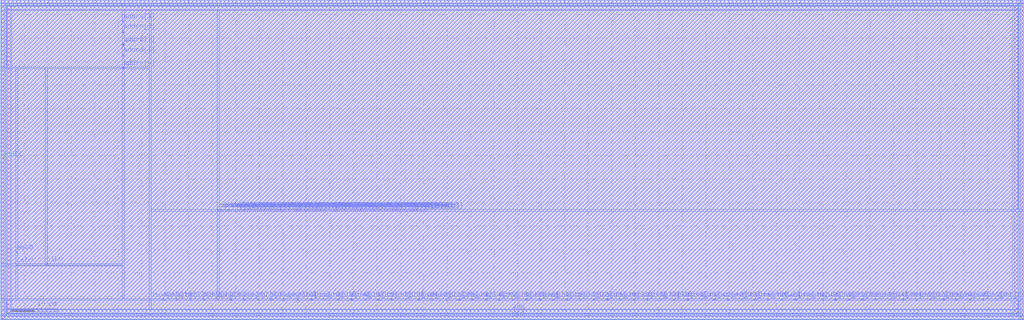
<source format=lef>
VERSION 5.4 ;
NAMESCASESENSITIVE ON ;
BUSBITCHARS "[]" ;
DIVIDERCHAR "/" ;
UNITS
  DATABASE MICRONS 2000 ;
END UNITS
MACRO freepdk45_sram_1rw0r_22x64
   CLASS BLOCK ;
   SIZE 217.7 BY 68.18 ;
   SYMMETRY X Y R90 ;
   PIN din0[0]
      DIRECTION INPUT ;
      PORT
         LAYER metal3 ;
         RECT  31.705 4.2375 31.84 4.3725 ;
      END
   END din0[0]
   PIN din0[1]
      DIRECTION INPUT ;
      PORT
         LAYER metal3 ;
         RECT  34.565 4.2375 34.7 4.3725 ;
      END
   END din0[1]
   PIN din0[2]
      DIRECTION INPUT ;
      PORT
         LAYER metal3 ;
         RECT  37.425 4.2375 37.56 4.3725 ;
      END
   END din0[2]
   PIN din0[3]
      DIRECTION INPUT ;
      PORT
         LAYER metal3 ;
         RECT  40.285 4.2375 40.42 4.3725 ;
      END
   END din0[3]
   PIN din0[4]
      DIRECTION INPUT ;
      PORT
         LAYER metal3 ;
         RECT  43.145 4.2375 43.28 4.3725 ;
      END
   END din0[4]
   PIN din0[5]
      DIRECTION INPUT ;
      PORT
         LAYER metal3 ;
         RECT  46.005 4.2375 46.14 4.3725 ;
      END
   END din0[5]
   PIN din0[6]
      DIRECTION INPUT ;
      PORT
         LAYER metal3 ;
         RECT  48.865 4.2375 49.0 4.3725 ;
      END
   END din0[6]
   PIN din0[7]
      DIRECTION INPUT ;
      PORT
         LAYER metal3 ;
         RECT  51.725 4.2375 51.86 4.3725 ;
      END
   END din0[7]
   PIN din0[8]
      DIRECTION INPUT ;
      PORT
         LAYER metal3 ;
         RECT  54.585 4.2375 54.72 4.3725 ;
      END
   END din0[8]
   PIN din0[9]
      DIRECTION INPUT ;
      PORT
         LAYER metal3 ;
         RECT  57.445 4.2375 57.58 4.3725 ;
      END
   END din0[9]
   PIN din0[10]
      DIRECTION INPUT ;
      PORT
         LAYER metal3 ;
         RECT  60.305 4.2375 60.44 4.3725 ;
      END
   END din0[10]
   PIN din0[11]
      DIRECTION INPUT ;
      PORT
         LAYER metal3 ;
         RECT  63.165 4.2375 63.3 4.3725 ;
      END
   END din0[11]
   PIN din0[12]
      DIRECTION INPUT ;
      PORT
         LAYER metal3 ;
         RECT  66.025 4.2375 66.16 4.3725 ;
      END
   END din0[12]
   PIN din0[13]
      DIRECTION INPUT ;
      PORT
         LAYER metal3 ;
         RECT  68.885 4.2375 69.02 4.3725 ;
      END
   END din0[13]
   PIN din0[14]
      DIRECTION INPUT ;
      PORT
         LAYER metal3 ;
         RECT  71.745 4.2375 71.88 4.3725 ;
      END
   END din0[14]
   PIN din0[15]
      DIRECTION INPUT ;
      PORT
         LAYER metal3 ;
         RECT  74.605 4.2375 74.74 4.3725 ;
      END
   END din0[15]
   PIN din0[16]
      DIRECTION INPUT ;
      PORT
         LAYER metal3 ;
         RECT  77.465 4.2375 77.6 4.3725 ;
      END
   END din0[16]
   PIN din0[17]
      DIRECTION INPUT ;
      PORT
         LAYER metal3 ;
         RECT  80.325 4.2375 80.46 4.3725 ;
      END
   END din0[17]
   PIN din0[18]
      DIRECTION INPUT ;
      PORT
         LAYER metal3 ;
         RECT  83.185 4.2375 83.32 4.3725 ;
      END
   END din0[18]
   PIN din0[19]
      DIRECTION INPUT ;
      PORT
         LAYER metal3 ;
         RECT  86.045 4.2375 86.18 4.3725 ;
      END
   END din0[19]
   PIN din0[20]
      DIRECTION INPUT ;
      PORT
         LAYER metal3 ;
         RECT  88.905 4.2375 89.04 4.3725 ;
      END
   END din0[20]
   PIN din0[21]
      DIRECTION INPUT ;
      PORT
         LAYER metal3 ;
         RECT  91.765 4.2375 91.9 4.3725 ;
      END
   END din0[21]
   PIN din0[22]
      DIRECTION INPUT ;
      PORT
         LAYER metal3 ;
         RECT  94.625 4.2375 94.76 4.3725 ;
      END
   END din0[22]
   PIN din0[23]
      DIRECTION INPUT ;
      PORT
         LAYER metal3 ;
         RECT  97.485 4.2375 97.62 4.3725 ;
      END
   END din0[23]
   PIN din0[24]
      DIRECTION INPUT ;
      PORT
         LAYER metal3 ;
         RECT  100.345 4.2375 100.48 4.3725 ;
      END
   END din0[24]
   PIN din0[25]
      DIRECTION INPUT ;
      PORT
         LAYER metal3 ;
         RECT  103.205 4.2375 103.34 4.3725 ;
      END
   END din0[25]
   PIN din0[26]
      DIRECTION INPUT ;
      PORT
         LAYER metal3 ;
         RECT  106.065 4.2375 106.2 4.3725 ;
      END
   END din0[26]
   PIN din0[27]
      DIRECTION INPUT ;
      PORT
         LAYER metal3 ;
         RECT  108.925 4.2375 109.06 4.3725 ;
      END
   END din0[27]
   PIN din0[28]
      DIRECTION INPUT ;
      PORT
         LAYER metal3 ;
         RECT  111.785 4.2375 111.92 4.3725 ;
      END
   END din0[28]
   PIN din0[29]
      DIRECTION INPUT ;
      PORT
         LAYER metal3 ;
         RECT  114.645 4.2375 114.78 4.3725 ;
      END
   END din0[29]
   PIN din0[30]
      DIRECTION INPUT ;
      PORT
         LAYER metal3 ;
         RECT  117.505 4.2375 117.64 4.3725 ;
      END
   END din0[30]
   PIN din0[31]
      DIRECTION INPUT ;
      PORT
         LAYER metal3 ;
         RECT  120.365 4.2375 120.5 4.3725 ;
      END
   END din0[31]
   PIN din0[32]
      DIRECTION INPUT ;
      PORT
         LAYER metal3 ;
         RECT  123.225 4.2375 123.36 4.3725 ;
      END
   END din0[32]
   PIN din0[33]
      DIRECTION INPUT ;
      PORT
         LAYER metal3 ;
         RECT  126.085 4.2375 126.22 4.3725 ;
      END
   END din0[33]
   PIN din0[34]
      DIRECTION INPUT ;
      PORT
         LAYER metal3 ;
         RECT  128.945 4.2375 129.08 4.3725 ;
      END
   END din0[34]
   PIN din0[35]
      DIRECTION INPUT ;
      PORT
         LAYER metal3 ;
         RECT  131.805 4.2375 131.94 4.3725 ;
      END
   END din0[35]
   PIN din0[36]
      DIRECTION INPUT ;
      PORT
         LAYER metal3 ;
         RECT  134.665 4.2375 134.8 4.3725 ;
      END
   END din0[36]
   PIN din0[37]
      DIRECTION INPUT ;
      PORT
         LAYER metal3 ;
         RECT  137.525 4.2375 137.66 4.3725 ;
      END
   END din0[37]
   PIN din0[38]
      DIRECTION INPUT ;
      PORT
         LAYER metal3 ;
         RECT  140.385 4.2375 140.52 4.3725 ;
      END
   END din0[38]
   PIN din0[39]
      DIRECTION INPUT ;
      PORT
         LAYER metal3 ;
         RECT  143.245 4.2375 143.38 4.3725 ;
      END
   END din0[39]
   PIN din0[40]
      DIRECTION INPUT ;
      PORT
         LAYER metal3 ;
         RECT  146.105 4.2375 146.24 4.3725 ;
      END
   END din0[40]
   PIN din0[41]
      DIRECTION INPUT ;
      PORT
         LAYER metal3 ;
         RECT  148.965 4.2375 149.1 4.3725 ;
      END
   END din0[41]
   PIN din0[42]
      DIRECTION INPUT ;
      PORT
         LAYER metal3 ;
         RECT  151.825 4.2375 151.96 4.3725 ;
      END
   END din0[42]
   PIN din0[43]
      DIRECTION INPUT ;
      PORT
         LAYER metal3 ;
         RECT  154.685 4.2375 154.82 4.3725 ;
      END
   END din0[43]
   PIN din0[44]
      DIRECTION INPUT ;
      PORT
         LAYER metal3 ;
         RECT  157.545 4.2375 157.68 4.3725 ;
      END
   END din0[44]
   PIN din0[45]
      DIRECTION INPUT ;
      PORT
         LAYER metal3 ;
         RECT  160.405 4.2375 160.54 4.3725 ;
      END
   END din0[45]
   PIN din0[46]
      DIRECTION INPUT ;
      PORT
         LAYER metal3 ;
         RECT  163.265 4.2375 163.4 4.3725 ;
      END
   END din0[46]
   PIN din0[47]
      DIRECTION INPUT ;
      PORT
         LAYER metal3 ;
         RECT  166.125 4.2375 166.26 4.3725 ;
      END
   END din0[47]
   PIN din0[48]
      DIRECTION INPUT ;
      PORT
         LAYER metal3 ;
         RECT  168.985 4.2375 169.12 4.3725 ;
      END
   END din0[48]
   PIN din0[49]
      DIRECTION INPUT ;
      PORT
         LAYER metal3 ;
         RECT  171.845 4.2375 171.98 4.3725 ;
      END
   END din0[49]
   PIN din0[50]
      DIRECTION INPUT ;
      PORT
         LAYER metal3 ;
         RECT  174.705 4.2375 174.84 4.3725 ;
      END
   END din0[50]
   PIN din0[51]
      DIRECTION INPUT ;
      PORT
         LAYER metal3 ;
         RECT  177.565 4.2375 177.7 4.3725 ;
      END
   END din0[51]
   PIN din0[52]
      DIRECTION INPUT ;
      PORT
         LAYER metal3 ;
         RECT  180.425 4.2375 180.56 4.3725 ;
      END
   END din0[52]
   PIN din0[53]
      DIRECTION INPUT ;
      PORT
         LAYER metal3 ;
         RECT  183.285 4.2375 183.42 4.3725 ;
      END
   END din0[53]
   PIN din0[54]
      DIRECTION INPUT ;
      PORT
         LAYER metal3 ;
         RECT  186.145 4.2375 186.28 4.3725 ;
      END
   END din0[54]
   PIN din0[55]
      DIRECTION INPUT ;
      PORT
         LAYER metal3 ;
         RECT  189.005 4.2375 189.14 4.3725 ;
      END
   END din0[55]
   PIN din0[56]
      DIRECTION INPUT ;
      PORT
         LAYER metal3 ;
         RECT  191.865 4.2375 192.0 4.3725 ;
      END
   END din0[56]
   PIN din0[57]
      DIRECTION INPUT ;
      PORT
         LAYER metal3 ;
         RECT  194.725 4.2375 194.86 4.3725 ;
      END
   END din0[57]
   PIN din0[58]
      DIRECTION INPUT ;
      PORT
         LAYER metal3 ;
         RECT  197.585 4.2375 197.72 4.3725 ;
      END
   END din0[58]
   PIN din0[59]
      DIRECTION INPUT ;
      PORT
         LAYER metal3 ;
         RECT  200.445 4.2375 200.58 4.3725 ;
      END
   END din0[59]
   PIN din0[60]
      DIRECTION INPUT ;
      PORT
         LAYER metal3 ;
         RECT  203.305 4.2375 203.44 4.3725 ;
      END
   END din0[60]
   PIN din0[61]
      DIRECTION INPUT ;
      PORT
         LAYER metal3 ;
         RECT  206.165 4.2375 206.3 4.3725 ;
      END
   END din0[61]
   PIN din0[62]
      DIRECTION INPUT ;
      PORT
         LAYER metal3 ;
         RECT  209.025 4.2375 209.16 4.3725 ;
      END
   END din0[62]
   PIN din0[63]
      DIRECTION INPUT ;
      PORT
         LAYER metal3 ;
         RECT  211.885 4.2375 212.02 4.3725 ;
      END
   END din0[63]
   PIN addr0[0]
      DIRECTION INPUT ;
      PORT
         LAYER metal3 ;
         RECT  25.985 53.5925 26.12 53.7275 ;
      END
   END addr0[0]
   PIN addr0[1]
      DIRECTION INPUT ;
      PORT
         LAYER metal3 ;
         RECT  25.985 56.3225 26.12 56.4575 ;
      END
   END addr0[1]
   PIN addr0[2]
      DIRECTION INPUT ;
      PORT
         LAYER metal3 ;
         RECT  25.985 58.5325 26.12 58.6675 ;
      END
   END addr0[2]
   PIN addr0[3]
      DIRECTION INPUT ;
      PORT
         LAYER metal3 ;
         RECT  25.985 61.2625 26.12 61.3975 ;
      END
   END addr0[3]
   PIN addr0[4]
      DIRECTION INPUT ;
      PORT
         LAYER metal3 ;
         RECT  25.985 63.4725 26.12 63.6075 ;
      END
   END addr0[4]
   PIN csb0
      DIRECTION INPUT ;
      PORT
         LAYER metal3 ;
         RECT  3.345 11.6025 3.48 11.7375 ;
      END
   END csb0
   PIN web0
      DIRECTION INPUT ;
      PORT
         LAYER metal3 ;
         RECT  3.345 14.3325 3.48 14.4675 ;
      END
   END web0
   PIN clk0
      DIRECTION INPUT ;
      PORT
         LAYER metal3 ;
         RECT  9.5875 11.6875 9.7225 11.8225 ;
      END
   END clk0
   PIN dout0[0]
      DIRECTION OUTPUT ;
      PORT
         LAYER metal3 ;
         RECT  46.2025 23.25 46.3375 23.385 ;
      END
   END dout0[0]
   PIN dout0[1]
      DIRECTION OUTPUT ;
      PORT
         LAYER metal3 ;
         RECT  46.9075 23.25 47.0425 23.385 ;
      END
   END dout0[1]
   PIN dout0[2]
      DIRECTION OUTPUT ;
      PORT
         LAYER metal3 ;
         RECT  47.6125 23.25 47.7475 23.385 ;
      END
   END dout0[2]
   PIN dout0[3]
      DIRECTION OUTPUT ;
      PORT
         LAYER metal3 ;
         RECT  48.3175 23.25 48.4525 23.385 ;
      END
   END dout0[3]
   PIN dout0[4]
      DIRECTION OUTPUT ;
      PORT
         LAYER metal3 ;
         RECT  49.0225 23.25 49.1575 23.385 ;
      END
   END dout0[4]
   PIN dout0[5]
      DIRECTION OUTPUT ;
      PORT
         LAYER metal3 ;
         RECT  49.7275 23.25 49.8625 23.385 ;
      END
   END dout0[5]
   PIN dout0[6]
      DIRECTION OUTPUT ;
      PORT
         LAYER metal3 ;
         RECT  50.4325 23.25 50.5675 23.385 ;
      END
   END dout0[6]
   PIN dout0[7]
      DIRECTION OUTPUT ;
      PORT
         LAYER metal3 ;
         RECT  51.1375 23.25 51.2725 23.385 ;
      END
   END dout0[7]
   PIN dout0[8]
      DIRECTION OUTPUT ;
      PORT
         LAYER metal3 ;
         RECT  51.8425 23.25 51.9775 23.385 ;
      END
   END dout0[8]
   PIN dout0[9]
      DIRECTION OUTPUT ;
      PORT
         LAYER metal3 ;
         RECT  52.5475 23.25 52.6825 23.385 ;
      END
   END dout0[9]
   PIN dout0[10]
      DIRECTION OUTPUT ;
      PORT
         LAYER metal3 ;
         RECT  53.2525 23.25 53.3875 23.385 ;
      END
   END dout0[10]
   PIN dout0[11]
      DIRECTION OUTPUT ;
      PORT
         LAYER metal3 ;
         RECT  53.9575 23.25 54.0925 23.385 ;
      END
   END dout0[11]
   PIN dout0[12]
      DIRECTION OUTPUT ;
      PORT
         LAYER metal3 ;
         RECT  54.6625 23.25 54.7975 23.385 ;
      END
   END dout0[12]
   PIN dout0[13]
      DIRECTION OUTPUT ;
      PORT
         LAYER metal3 ;
         RECT  55.3675 23.25 55.5025 23.385 ;
      END
   END dout0[13]
   PIN dout0[14]
      DIRECTION OUTPUT ;
      PORT
         LAYER metal3 ;
         RECT  56.0725 23.25 56.2075 23.385 ;
      END
   END dout0[14]
   PIN dout0[15]
      DIRECTION OUTPUT ;
      PORT
         LAYER metal3 ;
         RECT  56.7775 23.25 56.9125 23.385 ;
      END
   END dout0[15]
   PIN dout0[16]
      DIRECTION OUTPUT ;
      PORT
         LAYER metal3 ;
         RECT  57.4825 23.25 57.6175 23.385 ;
      END
   END dout0[16]
   PIN dout0[17]
      DIRECTION OUTPUT ;
      PORT
         LAYER metal3 ;
         RECT  58.1875 23.25 58.3225 23.385 ;
      END
   END dout0[17]
   PIN dout0[18]
      DIRECTION OUTPUT ;
      PORT
         LAYER metal3 ;
         RECT  58.8925 23.25 59.0275 23.385 ;
      END
   END dout0[18]
   PIN dout0[19]
      DIRECTION OUTPUT ;
      PORT
         LAYER metal3 ;
         RECT  59.5975 23.25 59.7325 23.385 ;
      END
   END dout0[19]
   PIN dout0[20]
      DIRECTION OUTPUT ;
      PORT
         LAYER metal3 ;
         RECT  60.3025 23.25 60.4375 23.385 ;
      END
   END dout0[20]
   PIN dout0[21]
      DIRECTION OUTPUT ;
      PORT
         LAYER metal3 ;
         RECT  61.0075 23.25 61.1425 23.385 ;
      END
   END dout0[21]
   PIN dout0[22]
      DIRECTION OUTPUT ;
      PORT
         LAYER metal3 ;
         RECT  61.7125 23.25 61.8475 23.385 ;
      END
   END dout0[22]
   PIN dout0[23]
      DIRECTION OUTPUT ;
      PORT
         LAYER metal3 ;
         RECT  62.4175 23.25 62.5525 23.385 ;
      END
   END dout0[23]
   PIN dout0[24]
      DIRECTION OUTPUT ;
      PORT
         LAYER metal3 ;
         RECT  63.1225 23.25 63.2575 23.385 ;
      END
   END dout0[24]
   PIN dout0[25]
      DIRECTION OUTPUT ;
      PORT
         LAYER metal3 ;
         RECT  63.8275 23.25 63.9625 23.385 ;
      END
   END dout0[25]
   PIN dout0[26]
      DIRECTION OUTPUT ;
      PORT
         LAYER metal3 ;
         RECT  64.5325 23.25 64.6675 23.385 ;
      END
   END dout0[26]
   PIN dout0[27]
      DIRECTION OUTPUT ;
      PORT
         LAYER metal3 ;
         RECT  65.2375 23.25 65.3725 23.385 ;
      END
   END dout0[27]
   PIN dout0[28]
      DIRECTION OUTPUT ;
      PORT
         LAYER metal3 ;
         RECT  65.9425 23.25 66.0775 23.385 ;
      END
   END dout0[28]
   PIN dout0[29]
      DIRECTION OUTPUT ;
      PORT
         LAYER metal3 ;
         RECT  66.6475 23.25 66.7825 23.385 ;
      END
   END dout0[29]
   PIN dout0[30]
      DIRECTION OUTPUT ;
      PORT
         LAYER metal3 ;
         RECT  67.3525 23.25 67.4875 23.385 ;
      END
   END dout0[30]
   PIN dout0[31]
      DIRECTION OUTPUT ;
      PORT
         LAYER metal3 ;
         RECT  68.0575 23.25 68.1925 23.385 ;
      END
   END dout0[31]
   PIN dout0[32]
      DIRECTION OUTPUT ;
      PORT
         LAYER metal3 ;
         RECT  68.7625 23.25 68.8975 23.385 ;
      END
   END dout0[32]
   PIN dout0[33]
      DIRECTION OUTPUT ;
      PORT
         LAYER metal3 ;
         RECT  69.4675 23.25 69.6025 23.385 ;
      END
   END dout0[33]
   PIN dout0[34]
      DIRECTION OUTPUT ;
      PORT
         LAYER metal3 ;
         RECT  70.1725 23.25 70.3075 23.385 ;
      END
   END dout0[34]
   PIN dout0[35]
      DIRECTION OUTPUT ;
      PORT
         LAYER metal3 ;
         RECT  70.8775 23.25 71.0125 23.385 ;
      END
   END dout0[35]
   PIN dout0[36]
      DIRECTION OUTPUT ;
      PORT
         LAYER metal3 ;
         RECT  71.5825 23.25 71.7175 23.385 ;
      END
   END dout0[36]
   PIN dout0[37]
      DIRECTION OUTPUT ;
      PORT
         LAYER metal3 ;
         RECT  72.2875 23.25 72.4225 23.385 ;
      END
   END dout0[37]
   PIN dout0[38]
      DIRECTION OUTPUT ;
      PORT
         LAYER metal3 ;
         RECT  72.9925 23.25 73.1275 23.385 ;
      END
   END dout0[38]
   PIN dout0[39]
      DIRECTION OUTPUT ;
      PORT
         LAYER metal3 ;
         RECT  73.6975 23.25 73.8325 23.385 ;
      END
   END dout0[39]
   PIN dout0[40]
      DIRECTION OUTPUT ;
      PORT
         LAYER metal3 ;
         RECT  74.4025 23.25 74.5375 23.385 ;
      END
   END dout0[40]
   PIN dout0[41]
      DIRECTION OUTPUT ;
      PORT
         LAYER metal3 ;
         RECT  75.1075 23.25 75.2425 23.385 ;
      END
   END dout0[41]
   PIN dout0[42]
      DIRECTION OUTPUT ;
      PORT
         LAYER metal3 ;
         RECT  75.8125 23.25 75.9475 23.385 ;
      END
   END dout0[42]
   PIN dout0[43]
      DIRECTION OUTPUT ;
      PORT
         LAYER metal3 ;
         RECT  76.5175 23.25 76.6525 23.385 ;
      END
   END dout0[43]
   PIN dout0[44]
      DIRECTION OUTPUT ;
      PORT
         LAYER metal3 ;
         RECT  77.2225 23.25 77.3575 23.385 ;
      END
   END dout0[44]
   PIN dout0[45]
      DIRECTION OUTPUT ;
      PORT
         LAYER metal3 ;
         RECT  77.9275 23.25 78.0625 23.385 ;
      END
   END dout0[45]
   PIN dout0[46]
      DIRECTION OUTPUT ;
      PORT
         LAYER metal3 ;
         RECT  78.6325 23.25 78.7675 23.385 ;
      END
   END dout0[46]
   PIN dout0[47]
      DIRECTION OUTPUT ;
      PORT
         LAYER metal3 ;
         RECT  79.3375 23.25 79.4725 23.385 ;
      END
   END dout0[47]
   PIN dout0[48]
      DIRECTION OUTPUT ;
      PORT
         LAYER metal3 ;
         RECT  80.0425 23.25 80.1775 23.385 ;
      END
   END dout0[48]
   PIN dout0[49]
      DIRECTION OUTPUT ;
      PORT
         LAYER metal3 ;
         RECT  80.7475 23.25 80.8825 23.385 ;
      END
   END dout0[49]
   PIN dout0[50]
      DIRECTION OUTPUT ;
      PORT
         LAYER metal3 ;
         RECT  81.4525 23.25 81.5875 23.385 ;
      END
   END dout0[50]
   PIN dout0[51]
      DIRECTION OUTPUT ;
      PORT
         LAYER metal3 ;
         RECT  82.1575 23.25 82.2925 23.385 ;
      END
   END dout0[51]
   PIN dout0[52]
      DIRECTION OUTPUT ;
      PORT
         LAYER metal3 ;
         RECT  82.8625 23.25 82.9975 23.385 ;
      END
   END dout0[52]
   PIN dout0[53]
      DIRECTION OUTPUT ;
      PORT
         LAYER metal3 ;
         RECT  83.5675 23.25 83.7025 23.385 ;
      END
   END dout0[53]
   PIN dout0[54]
      DIRECTION OUTPUT ;
      PORT
         LAYER metal3 ;
         RECT  84.2725 23.25 84.4075 23.385 ;
      END
   END dout0[54]
   PIN dout0[55]
      DIRECTION OUTPUT ;
      PORT
         LAYER metal3 ;
         RECT  84.9775 23.25 85.1125 23.385 ;
      END
   END dout0[55]
   PIN dout0[56]
      DIRECTION OUTPUT ;
      PORT
         LAYER metal3 ;
         RECT  85.6825 23.25 85.8175 23.385 ;
      END
   END dout0[56]
   PIN dout0[57]
      DIRECTION OUTPUT ;
      PORT
         LAYER metal3 ;
         RECT  86.3875 23.25 86.5225 23.385 ;
      END
   END dout0[57]
   PIN dout0[58]
      DIRECTION OUTPUT ;
      PORT
         LAYER metal3 ;
         RECT  87.0925 23.25 87.2275 23.385 ;
      END
   END dout0[58]
   PIN dout0[59]
      DIRECTION OUTPUT ;
      PORT
         LAYER metal3 ;
         RECT  87.7975 23.25 87.9325 23.385 ;
      END
   END dout0[59]
   PIN dout0[60]
      DIRECTION OUTPUT ;
      PORT
         LAYER metal3 ;
         RECT  88.5025 23.25 88.6375 23.385 ;
      END
   END dout0[60]
   PIN dout0[61]
      DIRECTION OUTPUT ;
      PORT
         LAYER metal3 ;
         RECT  89.2075 23.25 89.3425 23.385 ;
      END
   END dout0[61]
   PIN dout0[62]
      DIRECTION OUTPUT ;
      PORT
         LAYER metal3 ;
         RECT  89.9125 23.25 90.0475 23.385 ;
      END
   END dout0[62]
   PIN dout0[63]
      DIRECTION OUTPUT ;
      PORT
         LAYER metal3 ;
         RECT  90.6175 23.25 90.7525 23.385 ;
      END
   END dout0[63]
   PIN vdd
      DIRECTION INOUT ;
      USE POWER ; 
      SHAPE ABUTMENT ; 
      PORT
         LAYER metal4 ;
         RECT  215.6 1.4 216.3 66.78 ;
         LAYER metal4 ;
         RECT  1.4 1.4 2.1 66.78 ;
         LAYER metal3 ;
         RECT  1.4 66.08 216.3 66.78 ;
         LAYER metal3 ;
         RECT  1.4 1.4 216.3 2.1 ;
      END
   END vdd
   PIN gnd
      DIRECTION INOUT ;
      USE GROUND ; 
      SHAPE ABUTMENT ; 
      PORT
         LAYER metal3 ;
         RECT  0.0 67.48 217.7 68.18 ;
         LAYER metal4 ;
         RECT  217.0 0.0 217.7 68.18 ;
         LAYER metal3 ;
         RECT  0.0 0.0 217.7 0.7 ;
         LAYER metal4 ;
         RECT  0.0 0.0 0.7 68.18 ;
      END
   END gnd
   OBS
   LAYER  metal1 ;
      RECT  0.14 0.14 217.56 68.04 ;
   LAYER  metal2 ;
      RECT  0.14 0.14 217.56 68.04 ;
   LAYER  metal3 ;
      RECT  0.14 4.0975 31.565 4.5125 ;
      RECT  31.98 4.0975 34.425 4.5125 ;
      RECT  34.84 4.0975 37.285 4.5125 ;
      RECT  37.7 4.0975 40.145 4.5125 ;
      RECT  40.56 4.0975 43.005 4.5125 ;
      RECT  43.42 4.0975 45.865 4.5125 ;
      RECT  46.28 4.0975 48.725 4.5125 ;
      RECT  49.14 4.0975 51.585 4.5125 ;
      RECT  52.0 4.0975 54.445 4.5125 ;
      RECT  54.86 4.0975 57.305 4.5125 ;
      RECT  57.72 4.0975 60.165 4.5125 ;
      RECT  60.58 4.0975 63.025 4.5125 ;
      RECT  63.44 4.0975 65.885 4.5125 ;
      RECT  66.3 4.0975 68.745 4.5125 ;
      RECT  69.16 4.0975 71.605 4.5125 ;
      RECT  72.02 4.0975 74.465 4.5125 ;
      RECT  74.88 4.0975 77.325 4.5125 ;
      RECT  77.74 4.0975 80.185 4.5125 ;
      RECT  80.6 4.0975 83.045 4.5125 ;
      RECT  83.46 4.0975 85.905 4.5125 ;
      RECT  86.32 4.0975 88.765 4.5125 ;
      RECT  89.18 4.0975 91.625 4.5125 ;
      RECT  92.04 4.0975 94.485 4.5125 ;
      RECT  94.9 4.0975 97.345 4.5125 ;
      RECT  97.76 4.0975 100.205 4.5125 ;
      RECT  100.62 4.0975 103.065 4.5125 ;
      RECT  103.48 4.0975 105.925 4.5125 ;
      RECT  106.34 4.0975 108.785 4.5125 ;
      RECT  109.2 4.0975 111.645 4.5125 ;
      RECT  112.06 4.0975 114.505 4.5125 ;
      RECT  114.92 4.0975 117.365 4.5125 ;
      RECT  117.78 4.0975 120.225 4.5125 ;
      RECT  120.64 4.0975 123.085 4.5125 ;
      RECT  123.5 4.0975 125.945 4.5125 ;
      RECT  126.36 4.0975 128.805 4.5125 ;
      RECT  129.22 4.0975 131.665 4.5125 ;
      RECT  132.08 4.0975 134.525 4.5125 ;
      RECT  134.94 4.0975 137.385 4.5125 ;
      RECT  137.8 4.0975 140.245 4.5125 ;
      RECT  140.66 4.0975 143.105 4.5125 ;
      RECT  143.52 4.0975 145.965 4.5125 ;
      RECT  146.38 4.0975 148.825 4.5125 ;
      RECT  149.24 4.0975 151.685 4.5125 ;
      RECT  152.1 4.0975 154.545 4.5125 ;
      RECT  154.96 4.0975 157.405 4.5125 ;
      RECT  157.82 4.0975 160.265 4.5125 ;
      RECT  160.68 4.0975 163.125 4.5125 ;
      RECT  163.54 4.0975 165.985 4.5125 ;
      RECT  166.4 4.0975 168.845 4.5125 ;
      RECT  169.26 4.0975 171.705 4.5125 ;
      RECT  172.12 4.0975 174.565 4.5125 ;
      RECT  174.98 4.0975 177.425 4.5125 ;
      RECT  177.84 4.0975 180.285 4.5125 ;
      RECT  180.7 4.0975 183.145 4.5125 ;
      RECT  183.56 4.0975 186.005 4.5125 ;
      RECT  186.42 4.0975 188.865 4.5125 ;
      RECT  189.28 4.0975 191.725 4.5125 ;
      RECT  192.14 4.0975 194.585 4.5125 ;
      RECT  195.0 4.0975 197.445 4.5125 ;
      RECT  197.86 4.0975 200.305 4.5125 ;
      RECT  200.72 4.0975 203.165 4.5125 ;
      RECT  203.58 4.0975 206.025 4.5125 ;
      RECT  206.44 4.0975 208.885 4.5125 ;
      RECT  209.3 4.0975 211.745 4.5125 ;
      RECT  212.16 4.0975 217.56 4.5125 ;
      RECT  0.14 53.4525 25.845 53.8675 ;
      RECT  25.845 4.5125 26.26 53.4525 ;
      RECT  26.26 4.5125 31.565 53.4525 ;
      RECT  26.26 53.4525 31.565 53.8675 ;
      RECT  25.845 53.8675 26.26 56.1825 ;
      RECT  25.845 56.5975 26.26 58.3925 ;
      RECT  25.845 58.8075 26.26 61.1225 ;
      RECT  25.845 61.5375 26.26 63.3325 ;
      RECT  0.14 4.5125 3.205 11.4625 ;
      RECT  0.14 11.4625 3.205 11.8775 ;
      RECT  0.14 11.8775 3.205 53.4525 ;
      RECT  3.205 4.5125 3.62 11.4625 ;
      RECT  3.62 4.5125 25.845 11.4625 ;
      RECT  3.205 11.8775 3.62 14.1925 ;
      RECT  3.205 14.6075 3.62 53.4525 ;
      RECT  3.62 11.4625 9.4475 11.5475 ;
      RECT  3.62 11.5475 9.4475 11.8775 ;
      RECT  9.4475 11.4625 9.8625 11.5475 ;
      RECT  9.8625 11.4625 25.845 11.5475 ;
      RECT  9.8625 11.5475 25.845 11.8775 ;
      RECT  3.62 11.8775 9.4475 11.9625 ;
      RECT  3.62 11.9625 9.4475 53.4525 ;
      RECT  9.4475 11.9625 9.8625 53.4525 ;
      RECT  9.8625 11.8775 25.845 11.9625 ;
      RECT  9.8625 11.9625 25.845 53.4525 ;
      RECT  31.98 4.5125 46.0625 23.11 ;
      RECT  31.98 23.11 46.0625 23.525 ;
      RECT  46.0625 4.5125 46.4775 23.11 ;
      RECT  46.4775 4.5125 217.56 23.11 ;
      RECT  46.4775 23.11 46.7675 23.525 ;
      RECT  47.1825 23.11 47.4725 23.525 ;
      RECT  47.8875 23.11 48.1775 23.525 ;
      RECT  48.5925 23.11 48.8825 23.525 ;
      RECT  49.2975 23.11 49.5875 23.525 ;
      RECT  50.0025 23.11 50.2925 23.525 ;
      RECT  50.7075 23.11 50.9975 23.525 ;
      RECT  51.4125 23.11 51.7025 23.525 ;
      RECT  52.1175 23.11 52.4075 23.525 ;
      RECT  52.8225 23.11 53.1125 23.525 ;
      RECT  53.5275 23.11 53.8175 23.525 ;
      RECT  54.2325 23.11 54.5225 23.525 ;
      RECT  54.9375 23.11 55.2275 23.525 ;
      RECT  55.6425 23.11 55.9325 23.525 ;
      RECT  56.3475 23.11 56.6375 23.525 ;
      RECT  57.0525 23.11 57.3425 23.525 ;
      RECT  57.7575 23.11 58.0475 23.525 ;
      RECT  58.4625 23.11 58.7525 23.525 ;
      RECT  59.1675 23.11 59.4575 23.525 ;
      RECT  59.8725 23.11 60.1625 23.525 ;
      RECT  60.5775 23.11 60.8675 23.525 ;
      RECT  61.2825 23.11 61.5725 23.525 ;
      RECT  61.9875 23.11 62.2775 23.525 ;
      RECT  62.6925 23.11 62.9825 23.525 ;
      RECT  63.3975 23.11 63.6875 23.525 ;
      RECT  64.1025 23.11 64.3925 23.525 ;
      RECT  64.8075 23.11 65.0975 23.525 ;
      RECT  65.5125 23.11 65.8025 23.525 ;
      RECT  66.2175 23.11 66.5075 23.525 ;
      RECT  66.9225 23.11 67.2125 23.525 ;
      RECT  67.6275 23.11 67.9175 23.525 ;
      RECT  68.3325 23.11 68.6225 23.525 ;
      RECT  69.0375 23.11 69.3275 23.525 ;
      RECT  69.7425 23.11 70.0325 23.525 ;
      RECT  70.4475 23.11 70.7375 23.525 ;
      RECT  71.1525 23.11 71.4425 23.525 ;
      RECT  71.8575 23.11 72.1475 23.525 ;
      RECT  72.5625 23.11 72.8525 23.525 ;
      RECT  73.2675 23.11 73.5575 23.525 ;
      RECT  73.9725 23.11 74.2625 23.525 ;
      RECT  74.6775 23.11 74.9675 23.525 ;
      RECT  75.3825 23.11 75.6725 23.525 ;
      RECT  76.0875 23.11 76.3775 23.525 ;
      RECT  76.7925 23.11 77.0825 23.525 ;
      RECT  77.4975 23.11 77.7875 23.525 ;
      RECT  78.2025 23.11 78.4925 23.525 ;
      RECT  78.9075 23.11 79.1975 23.525 ;
      RECT  79.6125 23.11 79.9025 23.525 ;
      RECT  80.3175 23.11 80.6075 23.525 ;
      RECT  81.0225 23.11 81.3125 23.525 ;
      RECT  81.7275 23.11 82.0175 23.525 ;
      RECT  82.4325 23.11 82.7225 23.525 ;
      RECT  83.1375 23.11 83.4275 23.525 ;
      RECT  83.8425 23.11 84.1325 23.525 ;
      RECT  84.5475 23.11 84.8375 23.525 ;
      RECT  85.2525 23.11 85.5425 23.525 ;
      RECT  85.9575 23.11 86.2475 23.525 ;
      RECT  86.6625 23.11 86.9525 23.525 ;
      RECT  87.3675 23.11 87.6575 23.525 ;
      RECT  88.0725 23.11 88.3625 23.525 ;
      RECT  88.7775 23.11 89.0675 23.525 ;
      RECT  89.4825 23.11 89.7725 23.525 ;
      RECT  90.1875 23.11 90.4775 23.525 ;
      RECT  90.8925 23.11 217.56 23.525 ;
      RECT  31.565 4.5125 31.98 65.94 ;
      RECT  0.14 53.8675 1.26 65.94 ;
      RECT  0.14 65.94 1.26 66.92 ;
      RECT  1.26 53.8675 25.845 65.94 ;
      RECT  26.26 53.8675 31.565 65.94 ;
      RECT  25.845 63.7475 26.26 65.94 ;
      RECT  31.98 23.525 46.0625 65.94 ;
      RECT  46.0625 23.525 46.4775 65.94 ;
      RECT  46.4775 23.525 216.44 65.94 ;
      RECT  216.44 23.525 217.56 65.94 ;
      RECT  216.44 65.94 217.56 66.92 ;
      RECT  0.14 1.26 1.26 2.24 ;
      RECT  0.14 2.24 1.26 4.0975 ;
      RECT  1.26 2.24 31.565 4.0975 ;
      RECT  31.565 2.24 31.98 4.0975 ;
      RECT  31.98 2.24 216.44 4.0975 ;
      RECT  216.44 1.26 217.56 2.24 ;
      RECT  216.44 2.24 217.56 4.0975 ;
      RECT  31.565 66.92 31.98 67.34 ;
      RECT  0.14 66.92 1.26 67.34 ;
      RECT  1.26 66.92 25.845 67.34 ;
      RECT  26.26 66.92 31.565 67.34 ;
      RECT  25.845 66.92 26.26 67.34 ;
      RECT  31.98 66.92 46.0625 67.34 ;
      RECT  46.0625 66.92 46.4775 67.34 ;
      RECT  46.4775 66.92 216.44 67.34 ;
      RECT  216.44 66.92 217.56 67.34 ;
      RECT  0.14 0.84 1.26 1.26 ;
      RECT  1.26 0.84 31.565 1.26 ;
      RECT  31.565 0.84 31.98 1.26 ;
      RECT  31.98 0.84 216.44 1.26 ;
      RECT  216.44 0.84 217.56 1.26 ;
   LAYER  metal4 ;
      RECT  215.32 0.14 216.58 1.12 ;
      RECT  215.32 67.06 216.58 68.04 ;
      RECT  2.38 1.12 215.32 67.06 ;
      RECT  216.58 0.14 216.72 1.12 ;
      RECT  216.58 1.12 216.72 67.06 ;
      RECT  216.58 67.06 216.72 68.04 ;
      RECT  0.98 0.14 215.32 1.12 ;
      RECT  0.98 67.06 215.32 68.04 ;
      RECT  0.98 1.12 1.12 67.06 ;
   END
END    freepdk45_sram_1rw0r_22x64
END    LIBRARY

</source>
